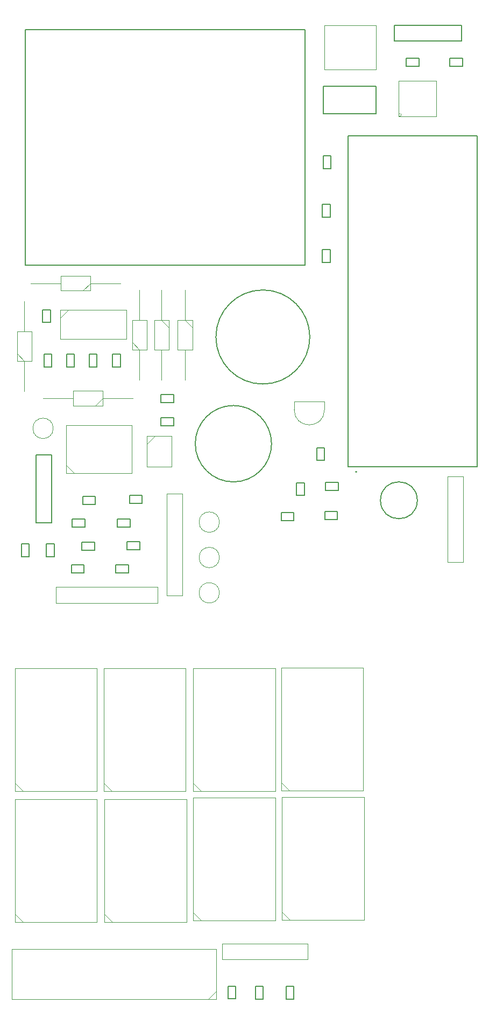
<source format=gbr>
%TF.GenerationSoftware,Altium Limited,Altium Designer,24.3.1 (35)*%
G04 Layer_Color=16711935*
%FSLAX25Y25*%
%MOIN*%
%TF.SameCoordinates,1C50E6C9-DA4A-4B26-87AC-B265A0C711DB*%
%TF.FilePolarity,Positive*%
%TF.FileFunction,Other,Mechanical_13*%
%TF.Part,Single*%
G01*
G75*
%TA.AperFunction,NonConductor*%
%ADD50C,0.00787*%
%ADD51C,0.00394*%
%ADD52C,0.00500*%
%ADD89C,0.00000*%
%ADD90C,0.00100*%
D50*
X255917Y321500D02*
G03*
X233083Y321500I-11417J0D01*
G01*
D02*
G03*
X255917Y321500I11417J0D01*
G01*
X218394Y339185D02*
G03*
X218394Y339185I-394J0D01*
G01*
X131111Y422500D02*
G03*
X189300Y422500I29094J0D01*
G01*
D02*
G03*
X131111Y422500I-29094J0D01*
G01*
X57461Y404063D02*
Y411937D01*
X52539Y404063D02*
X57461D01*
X52539D02*
Y411937D01*
X57461D01*
X155539Y13063D02*
X160461D01*
X155539D02*
Y20937D01*
X160461D01*
Y13063D02*
Y20937D01*
X138539Y13106D02*
X143461D01*
X138539D02*
Y20980D01*
X143461D01*
Y13106D02*
Y20980D01*
X174539Y13063D02*
X179461D01*
X174539D02*
Y20937D01*
X179461D01*
Y13063D02*
Y20937D01*
X197039Y468563D02*
X201961D01*
Y476437D01*
X197039D02*
X201961D01*
X197039Y468563D02*
Y476437D01*
X197509Y534437D02*
X202430D01*
X197509Y526563D02*
Y534437D01*
Y526563D02*
X202430D01*
Y534437D01*
X197039Y504437D02*
X201961D01*
X197039Y496563D02*
Y504437D01*
Y496563D02*
X201961D01*
Y504437D01*
X193539Y353980D02*
X198461D01*
X193539Y346106D02*
Y353980D01*
Y346106D02*
X198461D01*
Y353980D01*
X249063Y590039D02*
Y594961D01*
Y590039D02*
X256937D01*
Y594961D01*
X249063D02*
X256937D01*
X283937Y590039D02*
Y594961D01*
X276063D02*
X283937D01*
X276063Y590039D02*
Y594961D01*
Y590039D02*
X283937D01*
X241516Y605579D02*
Y615421D01*
Y605579D02*
X283484D01*
Y615421D01*
X241516D02*
X283484D01*
X181039Y324520D02*
X185961D01*
Y332394D01*
X181039D02*
X185961D01*
X181039Y324520D02*
Y332394D01*
X69020Y276539D02*
Y281461D01*
Y276539D02*
X76894D01*
Y281461D01*
X69020D02*
X76894D01*
X198606Y309539D02*
Y314461D01*
Y309539D02*
X206480D01*
Y314461D01*
X198606D02*
X206480D01*
X199063Y327539D02*
Y332461D01*
Y327539D02*
X206937D01*
Y332461D01*
X199063D02*
X206937D01*
X171563Y309039D02*
Y313961D01*
Y309039D02*
X179437D01*
Y313961D01*
X171563D02*
X179437D01*
X70063Y305039D02*
Y309961D01*
Y305039D02*
X77937D01*
Y309961D01*
X70063D02*
X77937D01*
X10539Y294437D02*
X15461D01*
X10539Y286563D02*
Y294437D01*
Y286563D02*
X15461D01*
Y294437D01*
X42063Y305039D02*
Y309961D01*
Y305039D02*
X49937D01*
Y309961D01*
X42063D02*
X49937D01*
X48020Y290533D02*
Y295454D01*
Y290533D02*
X55894D01*
Y295454D01*
X48020D02*
X55894D01*
X85437Y319539D02*
Y324461D01*
X77563D02*
X85437D01*
X77563Y319539D02*
Y324461D01*
Y319539D02*
X85437D01*
X26039Y294437D02*
X30961D01*
X26039Y286563D02*
Y294437D01*
Y286563D02*
X30961D01*
Y294437D01*
X76063Y291039D02*
Y295961D01*
Y291039D02*
X83937D01*
Y295961D01*
X76063D02*
X83937D01*
X41563Y276539D02*
Y281461D01*
Y276539D02*
X49437D01*
Y281461D01*
X41563D02*
X49437D01*
X56437Y319039D02*
Y323961D01*
X48563D02*
X56437D01*
X48563Y319039D02*
Y323961D01*
Y319039D02*
X56437D01*
X104937Y367539D02*
Y372461D01*
X97063D02*
X104937D01*
X97063Y367539D02*
Y372461D01*
Y367539D02*
X104937D01*
X19579Y307516D02*
X29421D01*
Y349484D01*
X19579D02*
X29421D01*
X19579Y307516D02*
Y349484D01*
X104937Y381849D02*
Y386771D01*
X97063D02*
X104937D01*
X97063Y381849D02*
Y386771D01*
Y381849D02*
X104937D01*
X38546Y404063D02*
X43468D01*
Y411937D01*
X38546D02*
X43468D01*
X38546Y404063D02*
Y411937D01*
X23639Y431520D02*
X28560D01*
Y439394D01*
X23639D02*
X28560D01*
X23639Y431520D02*
Y439394D01*
X67039Y411937D02*
X71961D01*
X67039Y404063D02*
Y411937D01*
Y404063D02*
X71961D01*
Y411937D01*
X24539Y404063D02*
X29461D01*
Y411937D01*
X24539D02*
X29461D01*
X24539Y404063D02*
Y411937D01*
X197563Y560535D02*
Y577465D01*
X230437D01*
Y560535D02*
Y577465D01*
X197563Y560535D02*
X230437D01*
X13098Y612622D02*
X186327D01*
Y466953D02*
Y612622D01*
X13098Y466953D02*
X186327D01*
X13098D02*
Y612622D01*
D51*
X179630Y377512D02*
G03*
X198370Y377512I9370J0D01*
G01*
X120701Y264266D02*
G03*
X133299Y264266I6299J0D01*
G01*
D02*
G03*
X120701Y264266I-6299J0D01*
G01*
Y308000D02*
G03*
X133299Y308000I6299J0D01*
G01*
D02*
G03*
X120701Y308000I-6299J0D01*
G01*
Y286133D02*
G03*
X133299Y286133I6299J0D01*
G01*
D02*
G03*
X120701Y286133I-6299J0D01*
G01*
X17701Y366000D02*
G03*
X30299Y366000I6299J0D01*
G01*
D02*
G03*
X17701Y366000I-6299J0D01*
G01*
X131248Y12878D02*
Y43862D01*
X4752D02*
X131248D01*
X4752Y12878D02*
Y43862D01*
Y12878D02*
X131248D01*
X126248D02*
X131248Y17878D01*
X6508Y60508D02*
Y136492D01*
X57492D01*
Y60508D02*
Y136492D01*
X6508Y60508D02*
X57492D01*
X6508Y65508D02*
X11508Y60508D01*
X62008D02*
Y136492D01*
X112992D01*
Y60508D02*
Y136492D01*
X62008Y60508D02*
X112992D01*
X62008Y65508D02*
X67008Y60508D01*
X172008Y62008D02*
Y137992D01*
X222992D01*
Y62008D02*
Y137992D01*
X172008Y62008D02*
X222992D01*
X172008Y67008D02*
X177008Y62008D01*
X135016Y47421D02*
X187969D01*
Y37579D02*
Y47421D01*
X135016Y37579D02*
X187969D01*
X135016D02*
Y47421D01*
X117008Y61508D02*
Y137492D01*
X167992D01*
Y61508D02*
Y137492D01*
X117008Y61508D02*
X167992D01*
X117008Y66508D02*
X122008Y61508D01*
X171508Y142008D02*
Y217992D01*
X222492D01*
Y142008D02*
Y217992D01*
X171508Y142008D02*
X222492D01*
X171508Y147008D02*
X176508Y142008D01*
X6508Y141508D02*
Y217492D01*
X57492D01*
Y141508D02*
Y217492D01*
X6508Y141508D02*
X57492D01*
X6508Y146508D02*
X11508Y141508D01*
X117008D02*
Y217492D01*
X167992D01*
Y141508D02*
Y217492D01*
X117008Y141508D02*
X167992D01*
X117008Y146508D02*
X122008Y141508D01*
X61508D02*
Y217492D01*
X112492D01*
Y141508D02*
Y217492D01*
X61508Y141508D02*
X112492D01*
X61508Y146508D02*
X66508Y141508D01*
X284421Y283361D02*
Y336314D01*
X274579D02*
X284421D01*
X274579Y283361D02*
Y336314D01*
Y283361D02*
X284421D01*
X179630Y382630D02*
X198370D01*
X179630Y377512D02*
Y382630D01*
X198370Y377512D02*
Y382630D01*
X100579Y262516D02*
X110421D01*
X100579D02*
Y325469D01*
X110421D01*
Y262516D02*
Y325469D01*
X32016Y258079D02*
Y267921D01*
X94969D01*
Y258079D02*
Y267921D01*
X32016Y258079D02*
X94969D01*
X88323Y361420D02*
X103677D01*
Y342129D02*
Y361420D01*
X88323Y342129D02*
X103677D01*
X88323D02*
Y361420D01*
Y356420D02*
X93323Y361420D01*
X38300Y343236D02*
X43300Y338236D01*
X38300D02*
X78851D01*
Y367764D01*
X38300D02*
X78851D01*
X38300Y338236D02*
Y367764D01*
X112000Y396000D02*
Y414602D01*
Y432909D02*
Y451512D01*
Y432909D02*
X116626Y428283D01*
X107374Y432909D02*
X116626D01*
X107374Y414602D02*
Y432909D01*
Y414602D02*
X116626D01*
Y432909D01*
X83810Y432898D02*
Y451500D01*
Y395988D02*
Y414591D01*
X79184Y419217D02*
X83810Y414591D01*
X79184D02*
X88436D01*
Y432898D01*
X79184D02*
X88436D01*
X79184Y414591D02*
Y432898D01*
X42504Y380074D02*
X61008D01*
X42504D02*
Y389326D01*
X61008D01*
Y380074D02*
Y389326D01*
X56382Y380074D02*
X61008Y384700D01*
X79512D01*
X24000D02*
X42504D01*
X97500Y395988D02*
Y414591D01*
Y432898D02*
Y451500D01*
Y432898D02*
X102126Y428272D01*
X92874Y432898D02*
X102126D01*
X92874Y414591D02*
Y432898D01*
Y414591D02*
X102126D01*
Y432898D01*
X34679Y434185D02*
X39699Y439205D01*
X34679Y421094D02*
Y439205D01*
Y421094D02*
X75624D01*
Y439205D01*
X34679D02*
X75624D01*
X12500Y425829D02*
Y444431D01*
Y388919D02*
Y407522D01*
X7874Y412148D02*
X12500Y407522D01*
X7874D02*
X17126D01*
Y425829D01*
X7874D02*
X17126D01*
X7874Y407522D02*
Y425829D01*
X16500Y455716D02*
X35102D01*
X53409D02*
X72012D01*
X48783Y451090D02*
X53409Y455716D01*
Y451090D02*
Y460342D01*
X35102D02*
X53409D01*
X35102Y451090D02*
Y460342D01*
Y451090D02*
X53409D01*
X198445Y587827D02*
Y615386D01*
Y587827D02*
X230335D01*
Y615386D01*
X198445D02*
X230335D01*
D52*
X165584Y356500D02*
G03*
X165584Y356500I-23622J0D01*
G01*
X213039Y342138D02*
Y546862D01*
X292961D01*
Y342138D02*
Y546862D01*
X213039Y342138D02*
X292961D01*
D89*
X246000Y559900D02*
G03*
X246000Y559900I-800J0D01*
G01*
D90*
X244200Y558900D02*
Y580900D01*
X267800D01*
Y558900D02*
Y580900D01*
X244200Y558900D02*
X267800D01*
%TF.MD5,0dea93a79f15687cdefc0f12c299a968*%
M02*

</source>
